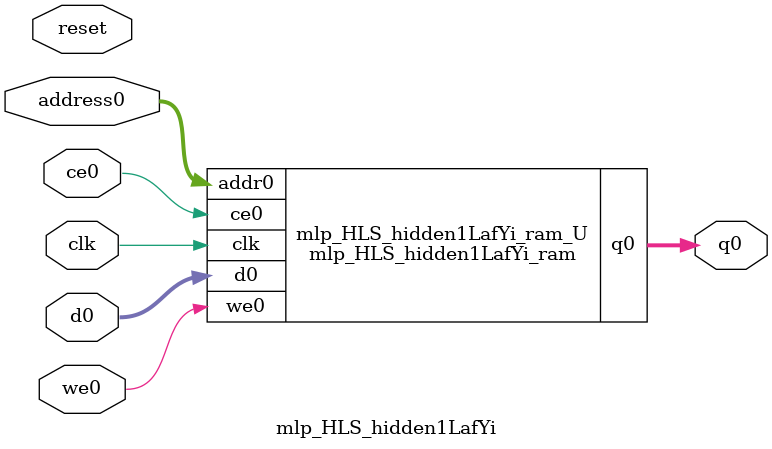
<source format=v>
`timescale 1 ns / 1 ps
module mlp_HLS_hidden1LafYi_ram (addr0, ce0, d0, we0, q0,  clk);

parameter DWIDTH = 32;
parameter AWIDTH = 7;
parameter MEM_SIZE = 112;

input[AWIDTH-1:0] addr0;
input ce0;
input[DWIDTH-1:0] d0;
input we0;
output reg[DWIDTH-1:0] q0;
input clk;

(* ram_style = "block" *)reg [DWIDTH-1:0] ram[0:MEM_SIZE-1];




always @(posedge clk)  
begin 
    if (ce0) begin
        if (we0) 
            ram[addr0] <= d0; 
        q0 <= ram[addr0];
    end
end


endmodule

`timescale 1 ns / 1 ps
module mlp_HLS_hidden1LafYi(
    reset,
    clk,
    address0,
    ce0,
    we0,
    d0,
    q0);

parameter DataWidth = 32'd32;
parameter AddressRange = 32'd112;
parameter AddressWidth = 32'd7;
input reset;
input clk;
input[AddressWidth - 1:0] address0;
input ce0;
input we0;
input[DataWidth - 1:0] d0;
output[DataWidth - 1:0] q0;



mlp_HLS_hidden1LafYi_ram mlp_HLS_hidden1LafYi_ram_U(
    .clk( clk ),
    .addr0( address0 ),
    .ce0( ce0 ),
    .we0( we0 ),
    .d0( d0 ),
    .q0( q0 ));

endmodule


</source>
